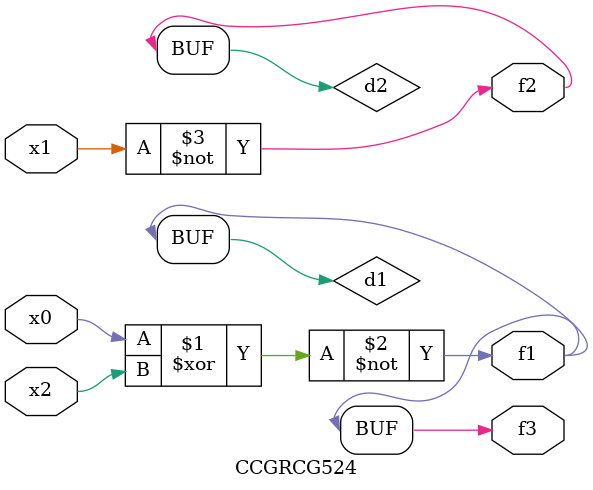
<source format=v>
module CCGRCG524(
	input x0, x1, x2,
	output f1, f2, f3
);

	wire d1, d2, d3;

	xnor (d1, x0, x2);
	nand (d2, x1);
	nor (d3, x1, x2);
	assign f1 = d1;
	assign f2 = d2;
	assign f3 = d1;
endmodule

</source>
